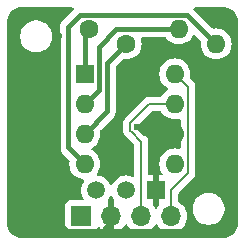
<source format=gbl>
G04 #@! TF.GenerationSoftware,KiCad,Pcbnew,8.0.2*
G04 #@! TF.CreationDate,2024-05-02T19:27:24+02:00*
G04 #@! TF.ProjectId,VR-Conditioner-MAX9926+reg,56522d43-6f6e-4646-9974-696f6e65722d,3.7*
G04 #@! TF.SameCoordinates,PX68c4118PY713e7a8*
G04 #@! TF.FileFunction,Copper,L2,Bot*
G04 #@! TF.FilePolarity,Positive*
%FSLAX46Y46*%
G04 Gerber Fmt 4.6, Leading zero omitted, Abs format (unit mm)*
G04 Created by KiCad (PCBNEW 8.0.2) date 2024-05-02 19:27:24*
%MOMM*%
%LPD*%
G01*
G04 APERTURE LIST*
G04 #@! TA.AperFunction,ComponentPad*
%ADD10R,1.700000X1.700000*%
G04 #@! TD*
G04 #@! TA.AperFunction,ComponentPad*
%ADD11O,1.700000X1.700000*%
G04 #@! TD*
G04 #@! TA.AperFunction,ComponentPad*
%ADD12R,1.500000X1.500000*%
G04 #@! TD*
G04 #@! TA.AperFunction,ComponentPad*
%ADD13C,1.500000*%
G04 #@! TD*
G04 #@! TA.AperFunction,ComponentPad*
%ADD14O,1.600000X1.600000*%
G04 #@! TD*
G04 #@! TA.AperFunction,ComponentPad*
%ADD15C,1.600000*%
G04 #@! TD*
G04 #@! TA.AperFunction,ComponentPad*
%ADD16R,1.600000X1.600000*%
G04 #@! TD*
G04 #@! TA.AperFunction,ViaPad*
%ADD17C,0.600000*%
G04 #@! TD*
G04 #@! TA.AperFunction,Conductor*
%ADD18C,0.300000*%
G04 #@! TD*
G04 #@! TA.AperFunction,Conductor*
%ADD19C,0.400000*%
G04 #@! TD*
G04 #@! TA.AperFunction,Conductor*
%ADD20C,0.200000*%
G04 #@! TD*
G04 APERTURE END LIST*
D10*
G04 #@! TO.P,J2,1,Pin_1*
G04 #@! TO.N,+12V*
X8890000Y4445000D03*
D11*
G04 #@! TO.P,J2,2,Pin_2*
G04 #@! TO.N,GND*
X11430000Y4445000D03*
G04 #@! TO.P,J2,3,Pin_3*
G04 #@! TO.N,/COUT2*
X13970000Y4445000D03*
G04 #@! TO.P,J2,4,Pin_4*
G04 #@! TO.N,/COUT1*
X16510000Y4445000D03*
G04 #@! TD*
D12*
G04 #@! TO.P,U2,1,GND*
G04 #@! TO.N,GND*
X15240000Y6650000D03*
D13*
G04 #@! TO.P,U2,3,VI*
G04 #@! TO.N,+12V*
X10160000Y6650000D03*
G04 #@! TO.P,U2,2,VO*
G04 #@! TO.N,VCC*
X12700000Y6650000D03*
G04 #@! TD*
D14*
G04 #@! TO.P,R23,2*
G04 #@! TO.N,Net-(J1-Pin_4)*
X20320000Y19050000D03*
D15*
G04 #@! TO.P,R23,1*
G04 #@! TO.N,Net-(J1-Pin_3)*
X12700000Y19050000D03*
G04 #@! TD*
D14*
G04 #@! TO.P,R13,2*
G04 #@! TO.N,Net-(J1-Pin_2)*
X17145000Y20320000D03*
D15*
G04 #@! TO.P,R13,1*
G04 #@! TO.N,Net-(J1-Pin_1)*
X9525000Y20320000D03*
G04 #@! TD*
D14*
G04 #@! TO.P,J1,8,Pin_8*
G04 #@! TO.N,/COUT1*
X16827500Y16510000D03*
G04 #@! TO.P,J1,4,Pin_4*
G04 #@! TO.N,Net-(J1-Pin_4)*
X9207500Y8890000D03*
G04 #@! TO.P,J1,7,Pin_7*
G04 #@! TO.N,/COUT2*
X16827500Y13970000D03*
G04 #@! TO.P,J1,3,Pin_3*
G04 #@! TO.N,Net-(J1-Pin_3)*
X9207500Y11430000D03*
G04 #@! TO.P,J1,6,Pin_6*
G04 #@! TO.N,GND*
X16827500Y11430000D03*
G04 #@! TO.P,J1,2,Pin_2*
G04 #@! TO.N,Net-(J1-Pin_2)*
X9207500Y13970000D03*
G04 #@! TO.P,J1,5,Pin_5*
G04 #@! TO.N,VCC*
X16827500Y8890000D03*
D16*
G04 #@! TO.P,J1,1,Pin_1*
G04 #@! TO.N,Net-(J1-Pin_1)*
X9207500Y16510000D03*
G04 #@! TD*
D17*
G04 #@! TO.N,GND*
X13652500Y11972990D03*
X19685000Y6985000D03*
X6985000Y19685000D03*
X7089999Y3914999D03*
X18415000Y19050000D03*
X5169010Y11138010D03*
G04 #@! TD*
D18*
G04 #@! TO.N,GND*
X16827500Y11430000D02*
X14195490Y11430000D01*
X14195490Y11430000D02*
X13652500Y11972990D01*
X13652500Y12065000D02*
X13652500Y12065000D01*
X6985000Y19685000D02*
X6985000Y19685000D01*
X6985000Y4019998D02*
X6985000Y19685000D01*
X7089999Y3914999D02*
X6985000Y4019998D01*
X10725001Y3244999D02*
X11430000Y3949998D01*
X11430000Y3949998D02*
X11430000Y4445000D01*
X7089999Y3914999D02*
X7759999Y3244999D01*
X10229999Y3244999D02*
X21024999Y3244999D01*
X7759999Y3244999D02*
X10229999Y3244999D01*
X10229999Y3244999D02*
X10725001Y3244999D01*
X21024999Y3244999D02*
X21590000Y3810000D01*
D19*
G04 #@! TO.N,Net-(J1-Pin_4)*
X17889999Y21480001D02*
X20320000Y19050000D01*
X8780001Y21480001D02*
X17889999Y21480001D01*
X8128000Y20828000D02*
X8780001Y21480001D01*
X7793499Y10304001D02*
X8477250Y9620250D01*
X7793499Y11031999D02*
X7793499Y10304001D01*
X8477250Y9620250D02*
X8047499Y10050001D01*
X9207500Y8890000D02*
X8477250Y9620250D01*
X7793499Y11031999D02*
X7793499Y20429999D01*
X7793499Y11031999D02*
X7793499Y19067001D01*
X7793499Y20493499D02*
X8128000Y20828000D01*
G04 #@! TO.N,Net-(J1-Pin_3)*
X9207500Y11430000D02*
X11112500Y13335000D01*
X11112500Y13335000D02*
X11112500Y17145000D01*
X11112500Y17462500D02*
X11112500Y17145000D01*
X12700000Y19050000D02*
X11112500Y17462500D01*
G04 #@! TO.N,Net-(J1-Pin_2)*
X10367501Y18813001D02*
X10367501Y15130001D01*
X10367501Y15130001D02*
X9207500Y13970000D01*
X11874500Y20320000D02*
X10367501Y18813001D01*
X17145000Y20320000D02*
X11874500Y20320000D01*
G04 #@! TO.N,Net-(J1-Pin_1)*
X9207500Y20002500D02*
X9525000Y20320000D01*
X9207500Y18478500D02*
X9207500Y20002500D01*
X9207500Y16510000D02*
X9207500Y18478500D01*
X9207500Y18478500D02*
X9207500Y19685000D01*
D20*
G04 #@! TO.N,/COUT1*
X17927501Y15409999D02*
X16827500Y16510000D01*
X17927501Y8085001D02*
X17927501Y15409999D01*
X17716500Y7874000D02*
X17927501Y8085001D01*
X16573500Y6731000D02*
X17716500Y7874000D01*
X16827500Y6985000D02*
X17716500Y7874000D01*
X16510000Y6667500D02*
X16573500Y6731000D01*
X16510000Y4445000D02*
X16510000Y6667500D01*
G04 #@! TO.N,/COUT2*
X14669498Y13970000D02*
X16827500Y13970000D01*
X13052499Y12353001D02*
X14669498Y13970000D01*
X13052499Y11684989D02*
X13052499Y12353001D01*
X13970000Y4445000D02*
X13970000Y10767488D01*
X13970000Y10767488D02*
X13162494Y11574994D01*
X13162494Y11574994D02*
X13052499Y11684989D01*
G04 #@! TD*
G04 #@! TA.AperFunction,Conductor*
G04 #@! TO.N,GND*
G36*
X8211461Y22129498D02*
G01*
X8257954Y22075842D01*
X8268058Y22005568D01*
X8238564Y21940988D01*
X8232450Y21934421D01*
X7577672Y21279643D01*
X7577671Y21279643D01*
X7577670Y21279641D01*
X7449533Y21151504D01*
X7243170Y20945142D01*
X7165634Y20829101D01*
X7112228Y20700166D01*
X7112226Y20700161D01*
X7084999Y20563284D01*
X7084999Y10234217D01*
X7099762Y10160000D01*
X7112226Y10097340D01*
X7165634Y9968400D01*
X7243171Y9852358D01*
X7497170Y9598359D01*
X7497171Y9598358D01*
X7775194Y9320336D01*
X7877518Y9218012D01*
X7911544Y9155700D01*
X7913944Y9117936D01*
X7894002Y8890001D01*
X7913957Y8661914D01*
X7973215Y8440760D01*
X7973217Y8440754D01*
X8069977Y8233251D01*
X8158889Y8106271D01*
X8201302Y8045700D01*
X8363200Y7883802D01*
X8550751Y7752477D01*
X8758257Y7655716D01*
X8979413Y7596457D01*
X9051247Y7590173D01*
X9117362Y7564311D01*
X9159002Y7506808D01*
X9162943Y7435921D01*
X9143477Y7392383D01*
X9065943Y7281653D01*
X8972881Y7082080D01*
X8972879Y7082074D01*
X8956981Y7022741D01*
X8915885Y6869371D01*
X8896693Y6650000D01*
X8915885Y6430629D01*
X8942432Y6331557D01*
X8972879Y6217927D01*
X8972881Y6217921D01*
X9065941Y6018352D01*
X9065944Y6018346D01*
X9077551Y6001769D01*
X9100239Y5934498D01*
X9082954Y5865637D01*
X9031185Y5817053D01*
X8974338Y5803500D01*
X7991350Y5803500D01*
X7930803Y5796991D01*
X7930795Y5796989D01*
X7793797Y5745890D01*
X7793792Y5745888D01*
X7676738Y5658262D01*
X7589112Y5541208D01*
X7589110Y5541203D01*
X7538011Y5404205D01*
X7538009Y5404197D01*
X7531500Y5343650D01*
X7531500Y3546351D01*
X7538009Y3485804D01*
X7538011Y3485796D01*
X7589110Y3348798D01*
X7589112Y3348793D01*
X7676738Y3231739D01*
X7793792Y3144113D01*
X7793794Y3144112D01*
X7793796Y3144111D01*
X7847600Y3124043D01*
X7930795Y3093012D01*
X7930803Y3093010D01*
X7991350Y3086501D01*
X7991355Y3086501D01*
X7991362Y3086500D01*
X7991368Y3086500D01*
X9788632Y3086500D01*
X9788638Y3086500D01*
X9788645Y3086501D01*
X9788649Y3086501D01*
X9849196Y3093010D01*
X9849199Y3093011D01*
X9849201Y3093011D01*
X9986204Y3144111D01*
X10056399Y3196658D01*
X10103261Y3231739D01*
X10190886Y3348792D01*
X10190885Y3348792D01*
X10190889Y3348796D01*
X10235196Y3467587D01*
X10277741Y3524419D01*
X10344262Y3549230D01*
X10413636Y3534138D01*
X10445952Y3508888D01*
X10507097Y3442466D01*
X10684698Y3304233D01*
X10684699Y3304232D01*
X10882628Y3197118D01*
X10882630Y3197117D01*
X11095483Y3124045D01*
X11095492Y3124043D01*
X11176000Y3110609D01*
X11176000Y4014298D01*
X11237007Y3979075D01*
X11364174Y3945000D01*
X11495826Y3945000D01*
X11622993Y3979075D01*
X11684000Y4014298D01*
X11684000Y3110610D01*
X11764507Y3124043D01*
X11764516Y3124045D01*
X11977369Y3197117D01*
X11977371Y3197118D01*
X12175300Y3304232D01*
X12175301Y3304233D01*
X12352902Y3442466D01*
X12505327Y3608045D01*
X12594217Y3744101D01*
X12648220Y3790190D01*
X12718568Y3799765D01*
X12782925Y3769788D01*
X12805183Y3744102D01*
X12894279Y3607730D01*
X13046762Y3442092D01*
X13060092Y3431717D01*
X13224424Y3303811D01*
X13422426Y3196658D01*
X13422427Y3196658D01*
X13422428Y3196657D01*
X13534227Y3158277D01*
X13635365Y3123556D01*
X13857431Y3086500D01*
X13857435Y3086500D01*
X14082565Y3086500D01*
X14082569Y3086500D01*
X14304635Y3123556D01*
X14517574Y3196658D01*
X14715576Y3303811D01*
X14893240Y3442094D01*
X15045722Y3607732D01*
X15045927Y3608045D01*
X15062247Y3633025D01*
X15134518Y3743646D01*
X15188520Y3789732D01*
X15258868Y3799308D01*
X15323225Y3769331D01*
X15345480Y3743647D01*
X15371313Y3704107D01*
X15434275Y3607735D01*
X15434279Y3607730D01*
X15586762Y3442092D01*
X15600092Y3431717D01*
X15764424Y3303811D01*
X15962426Y3196658D01*
X15962427Y3196658D01*
X15962428Y3196657D01*
X16074227Y3158277D01*
X16175365Y3123556D01*
X16397431Y3086500D01*
X16397435Y3086500D01*
X16622565Y3086500D01*
X16622569Y3086500D01*
X16844635Y3123556D01*
X17057574Y3196658D01*
X17255576Y3303811D01*
X17433240Y3442094D01*
X17585722Y3607732D01*
X17585927Y3608045D01*
X17648687Y3704107D01*
X17708860Y3796209D01*
X17799296Y4002384D01*
X17854564Y4220632D01*
X17873156Y4445000D01*
X17854564Y4669368D01*
X17830662Y4763754D01*
X17799297Y4887613D01*
X17799296Y4887614D01*
X17799296Y4887616D01*
X17708860Y5093791D01*
X17702140Y5104076D01*
X17648429Y5186287D01*
X18334500Y5186287D01*
X18334500Y4973713D01*
X18367754Y4763757D01*
X18433443Y4561588D01*
X18529949Y4372184D01*
X18654896Y4200208D01*
X18654898Y4200206D01*
X18654900Y4200203D01*
X18805202Y4049901D01*
X18805205Y4049899D01*
X18805208Y4049896D01*
X18977184Y3924949D01*
X19166588Y3828443D01*
X19368757Y3762754D01*
X19578713Y3729500D01*
X19578716Y3729500D01*
X19791284Y3729500D01*
X19791287Y3729500D01*
X20001243Y3762754D01*
X20203412Y3828443D01*
X20392816Y3924949D01*
X20564792Y4049896D01*
X20715104Y4200208D01*
X20840051Y4372184D01*
X20936557Y4561588D01*
X21002246Y4763757D01*
X21035500Y4973713D01*
X21035500Y5186287D01*
X21002246Y5396243D01*
X20936557Y5598412D01*
X20840051Y5787816D01*
X20715104Y5959792D01*
X20715101Y5959795D01*
X20715099Y5959798D01*
X20564797Y6110100D01*
X20564794Y6110102D01*
X20564792Y6110104D01*
X20416394Y6217921D01*
X20392819Y6235049D01*
X20392818Y6235050D01*
X20392816Y6235051D01*
X20203412Y6331557D01*
X20001243Y6397246D01*
X19791287Y6430500D01*
X19578713Y6430500D01*
X19368757Y6397246D01*
X19368754Y6397246D01*
X19368753Y6397245D01*
X19166588Y6331557D01*
X19166586Y6331556D01*
X18977180Y6235049D01*
X18805205Y6110102D01*
X18805202Y6110100D01*
X18654900Y5959798D01*
X18654898Y5959795D01*
X18529951Y5787820D01*
X18433444Y5598414D01*
X18433443Y5598412D01*
X18367776Y5396310D01*
X18367754Y5396243D01*
X18334500Y5186287D01*
X17648429Y5186287D01*
X17585724Y5282266D01*
X17585720Y5282271D01*
X17433237Y5447909D01*
X17294434Y5555944D01*
X17255576Y5586189D01*
X17255569Y5586193D01*
X17184530Y5624638D01*
X17134140Y5674651D01*
X17118500Y5735451D01*
X17118500Y6363261D01*
X17138502Y6431382D01*
X17155405Y6452356D01*
X18203422Y7500373D01*
X18414422Y7711373D01*
X18494533Y7850129D01*
X18536001Y8004890D01*
X18536001Y15490110D01*
X18506154Y15601500D01*
X18494533Y15644872D01*
X18414422Y15783627D01*
X18129177Y16068872D01*
X18095154Y16131182D01*
X18096567Y16190574D01*
X18121043Y16281913D01*
X18140998Y16510000D01*
X18121043Y16738087D01*
X18061784Y16959243D01*
X17965023Y17166749D01*
X17833698Y17354300D01*
X17671800Y17516198D01*
X17484249Y17647523D01*
X17293430Y17736503D01*
X17276746Y17744283D01*
X17276740Y17744285D01*
X17183271Y17769330D01*
X17055587Y17803543D01*
X16827500Y17823498D01*
X16599413Y17803543D01*
X16378259Y17744285D01*
X16378253Y17744283D01*
X16170750Y17647523D01*
X15983203Y17516201D01*
X15983197Y17516196D01*
X15821304Y17354303D01*
X15821299Y17354297D01*
X15689977Y17166750D01*
X15593217Y16959247D01*
X15593216Y16959243D01*
X15533957Y16738087D01*
X15514002Y16510000D01*
X15533957Y16281913D01*
X15558430Y16190578D01*
X15574345Y16131182D01*
X15593216Y16060757D01*
X15689977Y15853251D01*
X15821302Y15665700D01*
X15983200Y15503802D01*
X16170751Y15372477D01*
X16205859Y15356106D01*
X16209957Y15354195D01*
X16263242Y15307278D01*
X16282703Y15239001D01*
X16262161Y15171041D01*
X16209957Y15125805D01*
X16170750Y15107523D01*
X15983203Y14976201D01*
X15983197Y14976196D01*
X15821304Y14814303D01*
X15821295Y14814292D01*
X15693815Y14632230D01*
X15638358Y14587901D01*
X15590602Y14578500D01*
X14589386Y14578500D01*
X14512006Y14557767D01*
X14512006Y14557766D01*
X14434625Y14537032D01*
X14434620Y14537030D01*
X14295874Y14456925D01*
X14295864Y14456917D01*
X12565582Y12726635D01*
X12565574Y12726625D01*
X12485466Y12587874D01*
X12485467Y12587873D01*
X12443999Y12433112D01*
X12443999Y11765099D01*
X12443999Y11604879D01*
X12485467Y11450116D01*
X12485468Y11450114D01*
X12485469Y11450112D01*
X12565574Y11311366D01*
X12565576Y11311363D01*
X12565577Y11311362D01*
X12675572Y11201367D01*
X13324595Y10552344D01*
X13358621Y10490032D01*
X13361500Y10463249D01*
X13361500Y7927919D01*
X13341498Y7859798D01*
X13287842Y7813305D01*
X13217568Y7803201D01*
X13182251Y7813724D01*
X13132084Y7837117D01*
X13132073Y7837121D01*
X13042178Y7861209D01*
X12919371Y7894115D01*
X12700000Y7913307D01*
X12480629Y7894115D01*
X12267926Y7837121D01*
X12267920Y7837119D01*
X12068346Y7744056D01*
X11887965Y7617752D01*
X11887959Y7617747D01*
X11732253Y7462041D01*
X11732248Y7462035D01*
X11605944Y7281654D01*
X11544195Y7149232D01*
X11497278Y7095947D01*
X11429000Y7076486D01*
X11361040Y7097028D01*
X11315805Y7149232D01*
X11283774Y7217922D01*
X11254056Y7281653D01*
X11127749Y7462038D01*
X10972038Y7617749D01*
X10791654Y7744056D01*
X10773593Y7752478D01*
X10592079Y7837119D01*
X10592073Y7837121D01*
X10540172Y7851028D01*
X10379371Y7894115D01*
X10379367Y7894116D01*
X10379365Y7894116D01*
X10340654Y7897503D01*
X10274536Y7923366D01*
X10232897Y7980870D01*
X10228957Y8051757D01*
X10248424Y8095294D01*
X10256110Y8106271D01*
X10345023Y8233251D01*
X10441784Y8440757D01*
X10501043Y8661913D01*
X10520998Y8890000D01*
X10501043Y9118087D01*
X10441784Y9339243D01*
X10345023Y9546749D01*
X10213698Y9734300D01*
X10051800Y9896198D01*
X9864249Y10027523D01*
X9825043Y10045805D01*
X9771758Y10092721D01*
X9752296Y10160998D01*
X9772837Y10228958D01*
X9825043Y10274195D01*
X9827497Y10275340D01*
X9864249Y10292477D01*
X10051800Y10423802D01*
X10213698Y10585700D01*
X10345023Y10773251D01*
X10441784Y10980757D01*
X10501043Y11201913D01*
X10520998Y11430000D01*
X10501055Y11657941D01*
X10515044Y11727541D01*
X10537475Y11758007D01*
X11662828Y12883358D01*
X11740365Y12999399D01*
X11793773Y13128339D01*
X11821000Y13265219D01*
X11821000Y13404782D01*
X11821000Y17116839D01*
X11841002Y17184960D01*
X11857900Y17205930D01*
X12371990Y17720021D01*
X12434301Y17754044D01*
X12472063Y17756444D01*
X12700000Y17736502D01*
X12928087Y17756457D01*
X13149243Y17815716D01*
X13356749Y17912477D01*
X13544300Y18043802D01*
X13706198Y18205700D01*
X13837523Y18393251D01*
X13934284Y18600757D01*
X13993543Y18821913D01*
X14013498Y19050000D01*
X13993543Y19278087D01*
X13946704Y19452892D01*
X13948394Y19523865D01*
X13988188Y19582661D01*
X14053452Y19610609D01*
X14068411Y19611500D01*
X15978122Y19611500D01*
X16046243Y19591498D01*
X16081335Y19557771D01*
X16122314Y19499247D01*
X16138802Y19475700D01*
X16300700Y19313802D01*
X16488251Y19182477D01*
X16695757Y19085716D01*
X16916913Y19026457D01*
X17145000Y19006502D01*
X17373087Y19026457D01*
X17594243Y19085716D01*
X17801749Y19182477D01*
X17989300Y19313802D01*
X18151198Y19475700D01*
X18282523Y19663251D01*
X18340757Y19788138D01*
X18387673Y19841421D01*
X18455951Y19860883D01*
X18523911Y19840342D01*
X18544047Y19823982D01*
X18990018Y19378011D01*
X19024044Y19315699D01*
X19026443Y19277937D01*
X19006502Y19050000D01*
X19026457Y18821913D01*
X19039873Y18771845D01*
X19085715Y18600760D01*
X19085717Y18600754D01*
X19118734Y18529949D01*
X19182477Y18393251D01*
X19313802Y18205700D01*
X19475700Y18043802D01*
X19663251Y17912477D01*
X19870757Y17815716D01*
X20091913Y17756457D01*
X20320000Y17736502D01*
X20548087Y17756457D01*
X20769243Y17815716D01*
X20976749Y17912477D01*
X21164300Y18043802D01*
X21326198Y18205700D01*
X21457523Y18393251D01*
X21554284Y18600757D01*
X21613543Y18821913D01*
X21633498Y19050000D01*
X21613543Y19278087D01*
X21554284Y19499243D01*
X21457523Y19706749D01*
X21326198Y19894300D01*
X21164300Y20056198D01*
X20976749Y20187523D01*
X20942675Y20203412D01*
X20769246Y20284283D01*
X20769240Y20284285D01*
X20635950Y20320000D01*
X20548087Y20343543D01*
X20320000Y20363498D01*
X20319999Y20363498D01*
X20277860Y20359812D01*
X20092064Y20343557D01*
X20022461Y20357545D01*
X19991989Y20379982D01*
X18437567Y21934405D01*
X18403541Y21996717D01*
X18408606Y22067533D01*
X18451153Y22124368D01*
X18517673Y22149179D01*
X18526662Y22149500D01*
X20930469Y22149500D01*
X20950044Y22149500D01*
X20959930Y22149112D01*
X21131975Y22135572D01*
X21151503Y22132479D01*
X21163920Y22129498D01*
X21314480Y22093352D01*
X21333282Y22087243D01*
X21380864Y22067533D01*
X21488128Y22023103D01*
X21505744Y22014128D01*
X21635839Y21934405D01*
X21648658Y21926550D01*
X21664653Y21914928D01*
X21792098Y21806080D01*
X21806079Y21792099D01*
X21914927Y21664654D01*
X21926549Y21648659D01*
X22014126Y21505746D01*
X22023102Y21488129D01*
X22087241Y21333284D01*
X22093351Y21314480D01*
X22132478Y21151504D01*
X22135571Y21131976D01*
X22149112Y20959931D01*
X22149500Y20950045D01*
X22149500Y3814956D01*
X22149112Y3805070D01*
X22135571Y3633025D01*
X22132478Y3613497D01*
X22093351Y3450521D01*
X22087241Y3431717D01*
X22023102Y3276872D01*
X22014126Y3259255D01*
X21926549Y3116342D01*
X21914927Y3100347D01*
X21806079Y2972902D01*
X21792098Y2958921D01*
X21664653Y2850073D01*
X21648658Y2838451D01*
X21505745Y2750874D01*
X21488128Y2741898D01*
X21333283Y2677759D01*
X21314479Y2671649D01*
X21151503Y2632522D01*
X21131975Y2629429D01*
X20959930Y2615888D01*
X20950044Y2615500D01*
X3814956Y2615500D01*
X3805070Y2615888D01*
X3633024Y2629429D01*
X3613496Y2632522D01*
X3450520Y2671649D01*
X3431716Y2677759D01*
X3276871Y2741898D01*
X3259254Y2750874D01*
X3116341Y2838451D01*
X3100346Y2850073D01*
X2972901Y2958921D01*
X2958920Y2972902D01*
X2861898Y3086500D01*
X2850070Y3100349D01*
X2838450Y3116342D01*
X2789232Y3196658D01*
X2750872Y3259256D01*
X2741897Y3276872D01*
X2730738Y3303811D01*
X2677757Y3431718D01*
X2671648Y3450521D01*
X2632521Y3613497D01*
X2629428Y3633025D01*
X2615888Y3805070D01*
X2615500Y3814956D01*
X2615500Y19791287D01*
X3729500Y19791287D01*
X3729500Y19578713D01*
X3762754Y19368757D01*
X3828443Y19166588D01*
X3924949Y18977184D01*
X4049896Y18805208D01*
X4049898Y18805206D01*
X4049900Y18805203D01*
X4200202Y18654901D01*
X4200205Y18654899D01*
X4200208Y18654896D01*
X4372184Y18529949D01*
X4561588Y18433443D01*
X4763757Y18367754D01*
X4973713Y18334500D01*
X4973716Y18334500D01*
X5186284Y18334500D01*
X5186287Y18334500D01*
X5396243Y18367754D01*
X5598412Y18433443D01*
X5787816Y18529949D01*
X5959792Y18654896D01*
X6110104Y18805208D01*
X6235051Y18977184D01*
X6331557Y19166588D01*
X6397246Y19368757D01*
X6430500Y19578713D01*
X6430500Y19791287D01*
X6397246Y20001243D01*
X6331557Y20203412D01*
X6235051Y20392816D01*
X6110104Y20564792D01*
X6110101Y20564795D01*
X6110099Y20564798D01*
X5959797Y20715100D01*
X5959794Y20715102D01*
X5959792Y20715104D01*
X5802889Y20829100D01*
X5787819Y20840049D01*
X5787818Y20840050D01*
X5787816Y20840051D01*
X5598412Y20936557D01*
X5396243Y21002246D01*
X5186287Y21035500D01*
X4973713Y21035500D01*
X4763757Y21002246D01*
X4763754Y21002246D01*
X4763753Y21002245D01*
X4561588Y20936557D01*
X4561586Y20936556D01*
X4372180Y20840049D01*
X4200205Y20715102D01*
X4200202Y20715100D01*
X4049900Y20564798D01*
X4049898Y20564795D01*
X3924951Y20392820D01*
X3924949Y20392816D01*
X3828443Y20203412D01*
X3762754Y20001243D01*
X3729500Y19791287D01*
X2615500Y19791287D01*
X2615500Y20950045D01*
X2615888Y20959931D01*
X2629428Y21131976D01*
X2632521Y21151504D01*
X2663284Y21279642D01*
X2671649Y21314485D01*
X2677758Y21333284D01*
X2741899Y21488135D01*
X2750869Y21505741D01*
X2838455Y21648667D01*
X2850066Y21664646D01*
X2958928Y21792108D01*
X2972892Y21806072D01*
X3100354Y21914934D01*
X3116333Y21926545D01*
X3259259Y22014131D01*
X3276865Y22023101D01*
X3431721Y22087244D01*
X3450515Y22093351D01*
X3613497Y22132480D01*
X3633023Y22135572D01*
X3805070Y22149112D01*
X3814956Y22149500D01*
X3834531Y22149500D01*
X8143340Y22149500D01*
X8211461Y22129498D01*
G37*
G04 #@! TD.AperFunction*
G04 #@! TA.AperFunction,Conductor*
G36*
X11498959Y6202974D02*
G01*
X11544195Y6150768D01*
X11605944Y6018346D01*
X11674112Y5920993D01*
X11696800Y5853719D01*
X11684000Y5802726D01*
X11684000Y4875703D01*
X11622993Y4910925D01*
X11495826Y4945000D01*
X11364174Y4945000D01*
X11237007Y4910925D01*
X11176000Y4875703D01*
X11176000Y5800647D01*
X11168611Y5811864D01*
X11167812Y5882857D01*
X11185884Y5920988D01*
X11254056Y6018346D01*
X11315805Y6150768D01*
X11362722Y6204054D01*
X11430999Y6223515D01*
X11498959Y6202974D01*
G37*
G04 #@! TD.AperFunction*
G04 #@! TA.AperFunction,Conductor*
G36*
X15494000Y5396310D02*
G01*
X15473998Y5328189D01*
X15460702Y5310973D01*
X15434280Y5282271D01*
X15434279Y5282271D01*
X15345483Y5146357D01*
X15291479Y5100269D01*
X15221131Y5090694D01*
X15156774Y5120671D01*
X15134517Y5146357D01*
X15045720Y5282271D01*
X15019298Y5310973D01*
X14987878Y5374638D01*
X14986000Y5396310D01*
X14986000Y6338314D01*
X14994394Y6329920D01*
X15085606Y6277259D01*
X15187339Y6250000D01*
X15292661Y6250000D01*
X15394394Y6277259D01*
X15485606Y6329920D01*
X15494000Y6338314D01*
X15494000Y5396310D01*
G37*
G04 #@! TD.AperFunction*
G04 #@! TA.AperFunction,Conductor*
G36*
X15658723Y13341498D02*
G01*
X15693815Y13307770D01*
X15821295Y13125709D01*
X15821299Y13125704D01*
X15821302Y13125700D01*
X15983200Y12963802D01*
X16170751Y12832477D01*
X16378257Y12735716D01*
X16599413Y12676457D01*
X16827500Y12656502D01*
X17055587Y12676457D01*
X17160393Y12704540D01*
X17231366Y12702850D01*
X17290162Y12663056D01*
X17318110Y12597792D01*
X17319001Y12582833D01*
X17319001Y10277168D01*
X17298999Y10209047D01*
X17245343Y10162554D01*
X17175069Y10152450D01*
X17160390Y10155461D01*
X17133918Y10162554D01*
X17055587Y10183543D01*
X16827500Y10203498D01*
X16599413Y10183543D01*
X16378259Y10124285D01*
X16378253Y10124283D01*
X16170750Y10027523D01*
X15983203Y9896201D01*
X15983197Y9896196D01*
X15821304Y9734303D01*
X15821299Y9734297D01*
X15689977Y9546750D01*
X15593217Y9339247D01*
X15593215Y9339241D01*
X15533957Y9118087D01*
X15514002Y8890000D01*
X15533957Y8661914D01*
X15593215Y8440760D01*
X15593217Y8440754D01*
X15689977Y8233251D01*
X15778889Y8106271D01*
X15801577Y8038997D01*
X15784292Y7970136D01*
X15732522Y7921552D01*
X15675676Y7908000D01*
X15494000Y7908000D01*
X15494000Y6961686D01*
X15485606Y6970080D01*
X15394394Y7022741D01*
X15292661Y7050000D01*
X15187339Y7050000D01*
X15085606Y7022741D01*
X14994394Y6970080D01*
X14986000Y6961686D01*
X14986000Y7908000D01*
X14704500Y7908000D01*
X14636379Y7928002D01*
X14589886Y7981658D01*
X14578500Y8034000D01*
X14578500Y10847598D01*
X14578500Y10847599D01*
X14543464Y10978357D01*
X14543464Y10978358D01*
X14543464Y10978359D01*
X14537032Y11002360D01*
X14537032Y11002361D01*
X14456922Y11141115D01*
X14456920Y11141117D01*
X14456916Y11141122D01*
X13697904Y11900134D01*
X13663878Y11962446D01*
X13660999Y11989229D01*
X13660999Y12048762D01*
X13681001Y12116883D01*
X13697904Y12137857D01*
X14884642Y13324595D01*
X14946954Y13358621D01*
X14973737Y13361500D01*
X15590602Y13361500D01*
X15658723Y13341498D01*
G37*
G04 #@! TD.AperFunction*
G04 #@! TD*
M02*

</source>
